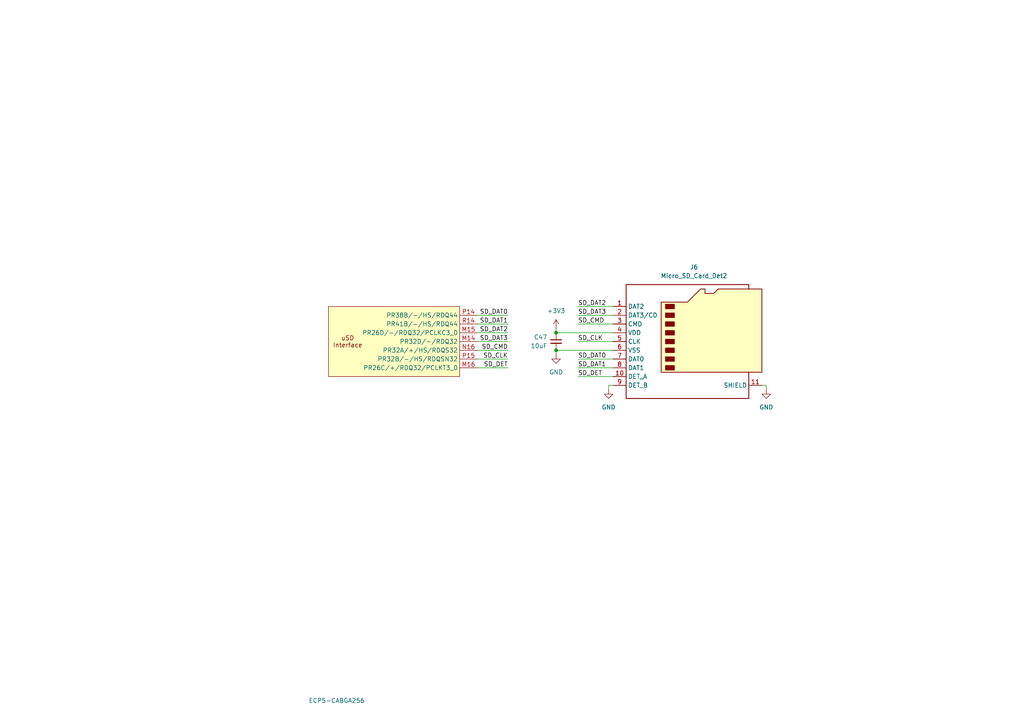
<source format=kicad_sch>
(kicad_sch (version 20250114) (generator "eeschema") (generator_version "9.0")
  (paper "A4")
  (title_block (title "Icepi zero") (date "2025-06-15") (rev "v1.2") (company "Chengyin Yao (cheyao)") (comment 1 "https://github.com/cheyao/icepi-zero"))
  (lib_symbols
    (symbol "Connector:Micro_SD_Card_Det2"
      (property "Reference" "J" (at -16.51 17.78 0))
      (property "Value" "Micro_SD_Card_Det2" (at 16.51 17.78 0))
      (symbol "Micro_SD_Card_Det2_0_1"
        (polyline (pts (xy -8.89 -8.89) (xy -8.89 11.43) (xy -1.27 11.43) (xy 2.54 15.24) (xy 3.81 15.24) (xy 3.81 13.97) (xy 6.35 13.97) (xy 7.62 15.24) (xy 20.32 15.24) (xy 20.32 -8.89) (xy -8.89 -8.89)) (stroke (width 0.254)) (fill (type background)))
        (rectangle (start -7.62 10.795) (end -5.08 9.525) (stroke (width 0.254)) (fill (type outline)))
        (rectangle (start -7.62 8.255) (end -5.08 6.985) (stroke (width 0.254)) (fill (type outline)))
        (rectangle (start -7.62 5.715) (end -5.08 4.445) (stroke (width 0.254)) (fill (type outline)))
        (rectangle (start -7.62 3.175) (end -5.08 1.905) (stroke (width 0.254)) (fill (type outline)))
        (rectangle (start -7.62 0.635) (end -5.08 -0.635) (stroke (width 0.254)) (fill (type outline)))
        (rectangle (start -7.62 -1.905) (end -5.08 -3.175) (stroke (width 0.254)) (fill (type outline)))
        (rectangle (start -7.62 -4.445) (end -5.08 -5.715) (stroke (width 0.254)) (fill (type outline)))
        (rectangle (start -7.62 -6.985) (end -5.08 -8.255) (stroke (width 0.254)) (fill (type outline)))
        (polyline (pts (xy 16.51 15.24) (xy 16.51 16.51) (xy -19.05 16.51) (xy -19.05 -16.51) (xy 16.51 -16.51) (xy 16.51 -8.89)) (stroke (width 0.254)))
      )
      (symbol "Micro_SD_Card_Det2_1_1"
        (pin bidirectional line (at -22.86 10.16 0) (length 3.81) (name "DAT2") (number "1"))
        (pin bidirectional line (at -22.86 7.62 0) (length 3.81) (name "DAT3/CD") (number "2"))
        (pin input line (at -22.86 5.08 0) (length 3.81) (name "CMD") (number "3"))
        (pin power_in line (at -22.86 2.54 0) (length 3.81) (name "VDD") (number "4"))
        (pin input line (at -22.86 0 0) (length 3.81) (name "CLK") (number "5"))
        (pin power_in line (at -22.86 -2.54 0) (length 3.81) (name "VSS") (number "6"))
        (pin bidirectional line (at -22.86 -5.08 0) (length 3.81) (name "DAT0") (number "7"))
        (pin bidirectional line (at -22.86 -7.62 0) (length 3.81) (name "DAT1") (number "8"))
        (pin passive line (at -22.86 -10.16 0) (length 3.81) (name "DET_A") (number "10"))
        (pin passive line (at -22.86 -12.7 0) (length 3.81) (name "DET_B") (number "9"))
        (pin passive line (at 20.32 -12.7 180) (length 3.81) (name "SHIELD") (number "11"))
      )
    )
    (symbol "Device:C_Small" (pin_numbers (hide yes)) (pin_names (offset 0.254) (hide yes))
      (property "Reference" "C" (at 0.254 1.778 0))
      (property "Value" "C_Small" (at 0.254 -2.032 0))
      (symbol "C_Small_0_1"
        (polyline (pts (xy -1.524 0.508) (xy 1.524 0.508)) (stroke (width 0.3048)))
        (polyline (pts (xy -1.524 -0.508) (xy 1.524 -0.508)) (stroke (width 0.3302)))
      )
      (symbol "C_Small_1_1"
        (pin passive line (at 0 2.54 270) (length 2.032) (name "~") (number "1"))
        (pin passive line (at 0 -2.54 90) (length 2.032) (name "~") (number "2"))
      )
    )
    (symbol "icepi-lib:LFE5U-25F-6BG256x"
      (property "Value" "ECP5-CABGA256" (at 8.4933 -104.14 0))
      (symbol "LFE5U-25F-6BG256x_1_1"
        (rectangle (start -47.625 10.16) (end 47.625 -10.16) (fill (type background)))
        (text "Power Block" (at -0.254 0 0) (effects (font (size 1.27 1.27))))
        (pin power_in line (at -45.72 15.24 270) (length 5.08) (name "VCC") (number "G6"))
        (pin power_in line (at -43.18 15.24 270) (length 5.08) (name "VCC") (number "G7"))
        (pin power_in line (at -40.64 15.24 270) (length 5.08) (name "VCC") (number "L8"))
        (pin power_in line (at -38.1 15.24 270) (length 5.08) (name "VCC") (number "L9"))
        (pin power_in line (at -35.56 15.24 270) (length 5.08) (name "VCC") (number "G9"))
        (pin power_in line (at -35.56 -15.24 90) (length 5.08) (name "GND") (number "A16"))
        (pin power_in line (at -33.02 15.24 270) (length 5.08) (name "VCC") (number "L10"))
        (pin power_in line (at -33.02 -15.24 90) (length 5.08) (name "GND") (number "H16"))
        (pin power_in line (at -30.48 -15.24 90) (length 5.08) (name "GND") (number "T16"))
        (pin power_in line (at -27.94 -15.24 90) (length 5.08) (name "GND") (number "D15"))
        (pin power_in line (at -25.4 15.24 270) (length 5.08) (name "VCCAUX") (number "L7"))
        (pin power_in line (at -25.4 -15.24 90) (length 5.08) (name "GND") (number "N15"))
        (pin power_in line (at -22.86 15.24 270) (length 5.08) (name "VCCAUX") (number "G11"))
        (pin power_in line (at -22.86 -15.24 90) (length 5.08) (name "GND") (number "T12"))
        (pin power_in line (at -20.32 -15.24 90) (length 5.08) (name "GND") (number "G10"))
        (pin power_in line (at -17.78 -15.24 90) (length 5.08) (name "GND") (number "H10"))
        (pin power_in line (at -15.24 15.24 270) (length 5.08) (name "VCCIO0") (number "F6"))
        (pin power_in line (at -15.24 -15.24 90) (length 5.08) (name "GND") (number "J10"))
        (pin power_in line (at -12.7 15.24 270) (length 5.08) (name "VCCIO0") (number "F7"))
        (pin power_in line (at -12.7 -15.24 90) (length 5.08) (name "GND") (number "K10"))
        (pin power_in line (at -10.16 -15.24 90) (length 5.08) (name "GND") (number "F9"))
        (pin power_in line (at -7.62 -15.24 90) (length 5.08) (name "GND") (number "H9"))
        (pin power_in line (at -5.08 15.24 270) (length 5.08) (name "VCCIO1") (number "F10"))
        (pin power_in line (at -5.08 -15.24 90) (length 5.08) (name "GND") (number "J9"))
        (pin power_in line (at -2.54 15.24 270) (length 5.08) (name "VCCIO1") (number "F11"))
        (pin power_in line (at -2.54 -15.24 90) (length 5.08) (name "GND") (number "K9"))
        (pin power_in line (at 0 -15.24 90) (length 5.08) (name "GND") (number "F8"))
        (pin power_in line (at 2.54 -15.24 90) (length 5.08) (name "GND") (number "G8"))
        (pin power_in line (at 5.08 15.24 270) (length 5.08) (name "VCCIO2") (number "J11"))
        (pin power_in line (at 5.08 -15.24 90) (length 5.08) (name "GND") (number "H8"))
        (pin power_in line (at 7.62 15.24 270) (length 5.08) (name "VCCIO2") (number "H11"))
        (pin power_in line (at 7.62 -15.24 90) (length 5.08) (name "GND") (number "J8"))
        (pin power_in line (at 10.16 -15.24 90) (length 5.08) (name "GND") (number "K8"))
        (pin power_in line (at 12.7 -15.24 90) (length 5.08) (name "GND") (number "K7"))
        (pin power_in line (at 15.24 15.24 270) (length 5.08) (name "VCCIO3") (number "L11"))
        (pin power_in line (at 15.24 -15.24 90) (length 5.08) (name "GND") (number "K6"))
        (pin power_in line (at 17.78 15.24 270) (length 5.08) (name "VCCIO3") (number "K11"))
        (pin power_in line (at 17.78 -15.24 90) (length 5.08) (name "GND") (number "T5"))
        (pin power_in line (at 20.32 -15.24 90) (length 5.08) (name "GND") (number "D2"))
        (pin power_in line (at 22.86 -15.24 90) (length 5.08) (name "GND") (number "N2"))
        (pin power_in line (at 25.4 15.24 270) (length 5.08) (name "VCCIO6") (number "J6"))
        (pin power_in line (at 25.4 -15.24 90) (length 5.08) (name "GND") (number "A1"))
        (pin power_in line (at 27.94 15.24 270) (length 5.08) (name "VCCIO6") (number "J7"))
        (pin power_in line (at 27.94 -15.24 90) (length 5.08) (name "GND") (number "H1"))
        (pin power_in line (at 30.48 -15.24 90) (length 5.08) (name "GND") (number "T1"))
        (pin power_in line (at 35.56 15.24 270) (length 5.08) (name "VCCIO7") (number "H6"))
        (pin power_in line (at 38.1 15.24 270) (length 5.08) (name "VCCIO7") (number "H7"))
        (pin power_in line (at 45.72 15.24 270) (length 5.08) (name "VCCIO8") (number "L6"))
      )
      (symbol "LFE5U-25F-6BG256x_2_1"
        (rectangle (start -7.62 5.715) (end 7.62 -5.715) (fill (type background)))
        (text "JTAG\nInterface" (at 2.032 0 0) (effects (font (size 1.27 1.27))))
        (pin output line (at -12.7 3.81 0) (length 5.08) (name "TDO") (number "M10"))
        (pin input line (at -12.7 1.27 0) (length 5.08) (name "TDI") (number "R11"))
        (pin input line (at -12.7 -1.27 0) (length 5.08) (name "TCK") (number "T10"))
        (pin input line (at -12.7 -3.81 0) (length 5.08) (name "TMS") (number "T11"))
      )
      (symbol "LFE5U-25F-6BG256x_3_1"
        (rectangle (start -25.4 8.255) (end 25.4 -8.255) (fill (type background)))
        (text "SysIO Config block" (at 8.89 -0.254 0) (effects (font (size 1.27 1.27))))
        (pin bidirectional line (at -30.48 6.35 0) (length 5.08) (name "PB15A/+/HOLDN/DI/BUSY/CSSPIN/CEN") (number "N8"))
        (pin bidirectional line (at -30.48 3.81 0) (length 5.08) (name "CCLK/MCLK/SCK") (number "N9"))
        (pin bidirectional line (at -30.48 1.27 0) (length 5.08) (name "PB11B/-/D0/MOSI/IO0") (number "T8"))
        (pin bidirectional line (at -30.48 -1.27 0) (length 5.08) (name "PB11A/+/D1/MISO/IO1") (number "T7"))
        (pin bidirectional line (at -30.48 -3.81 0) (length 5.08) (name "PL9B/-/D2/IO2") (number "M7"))
        (pin bidirectional line (at -30.48 -6.35 0) (length 5.08) (name "PL9A/+/D3/IO3") (number "N7"))
        (pin input line (at 30.48 6.35 180) (length 5.08) (name "CFG_0") (number "N10"))
        (pin input line (at 30.48 3.81 180) (length 5.08) (name "CFG_1") (number "P10"))
        (pin input line (at 30.48 1.27 180) (length 5.08) (name "CPG_2") (number "R10"))
        (pin output line (at 30.48 -1.27 180) (length 5.08) (name "DONE") (number "P9"))
        (pin bidirectional line (at 30.48 -3.81 180) (length 5.08) (name "INITN") (number "T9"))
        (pin bidirectional line (at 30.48 -6.35 180) (length 5.08) (name "PROGRAMN") (number "R9"))
      )
      (symbol "LFE5U-25F-6BG256x_4_1"
        (rectangle (start -20.32 17.145) (end 20.32 -17.145) (fill (type background)))
        (text "GPDI\nInterface" (at 11.176 0 0) (effects (font (size 1.27 1.27))))
        (pin bidirectional line (at -25.4 15.24 0) (length 5.08) (name "PR35A/+/HS/RDQ32") (number "P16"))
        (pin bidirectional line (at -25.4 12.7 0) (length 5.08) (name "PR35B/-/HS/RDQ32/VREF1_3") (number "R16"))
        (pin bidirectional line (at -25.4 10.16 0) (length 5.08) (name "PR38C/+/RDQ44") (number "R15"))
        (pin bidirectional line (at -25.4 7.62 0) (length 5.08) (name "PR38D/-/RDQ44") (number "T15"))
        (pin bidirectional line (at -25.4 5.08 0) (length 5.08) (name "PR41C/+/RDQ44") (number "R13"))
        (pin bidirectional line (at -25.4 2.54 0) (length 5.08) (name "PR41D/-/RSQ44") (number "T14"))
        (pin bidirectional line (at -25.4 0 0) (length 5.08) (name "PR44A/+/HS/RDQS44") (number "R12"))
        (pin bidirectional line (at -25.4 -2.54 0) (length 5.08) (name "PR44B/-/HS/RDQSN44") (number "T13"))
        (pin bidirectional line (at -25.4 -5.08 0) (length 5.08) (name "PL44A/+/HS/LDQS44") (number "R5"))
        (pin bidirectional line (at -25.4 -7.62 0) (length 5.08) (name "PL41D/-/LDQ44") (number "T3"))
        (pin bidirectional line (at -25.4 -10.16 0) (length 5.08) (name "PL44B/-/HS/LDQSN44") (number "T4"))
        (pin bidirectional line (at -25.4 -12.7 0) (length 5.08) (name "PL47D/-/LDQ44/LLC_GPLL0C_IN") (number "P5"))
        (pin bidirectional line (at -25.4 -15.24 0) (length 5.08) (name "PR32C/+/RDQ32") (number "L14"))
      )
      (symbol "LFE5U-25F-6BG256x_5_1"
        (rectangle (start -20.32 20.955) (end 19.685 -18.415) (fill (type background)))
        (text "USB/UART\nInterface" (at 10.16 0 0) (effects (font (size 1.27 1.27))))
        (pin bidirectional line (at -25.4 19.05 0) (length 5.08) (name "PR23C/-/RDQ20/PCLKT2_0") (number "K16"))
        (pin bidirectional line (at -25.4 16.51 0) (length 5.08) (name "PR23D/-/RDQ20/PCLKC2_0") (number "K15"))
        (pin bidirectional line (at -25.4 13.97 0) (length 5.08) (name "PB18A/WRITEN") (number "M9"))
        (pin bidirectional line (at -25.4 11.43 0) (length 5.08) (name "PR26A/+/HS/RDQ32/PCLKT3_1") (number "L16"))
        (pin bidirectional line (at -25.4 8.89 0) (length 5.08) (name "PR26B/-/HS/RDQ32/PCLKC3_1") (number "L15"))
        (pin bidirectional line (at -25.4 3.81 0) (length 5.08) (name "PR11C/+/RDQ8") (number "F15"))
        (pin bidirectional line (at -25.4 1.27 0) (length 5.08) (name "PR11D/-/RDQ8") (number "E16"))
        (pin bidirectional line (at -25.4 -1.27 0) (length 5.08) (name "PR14B/-/HS/RDQ20") (number "G15"))
        (pin bidirectional line (at -25.4 -3.81 0) (length 5.08) (name "PR14D/-/RDQ20") (number "H14"))
        (pin bidirectional line (at -25.4 -8.89 0) (length 5.08) (name "PR23A/+/HS/RDQ20/PCLKT2_1") (number "J16"))
        (pin bidirectional line (at -25.4 -11.43 0) (length 5.08) (name "PR23B/-/HS/RDQ20/PCLKC2_1") (number "J15"))
        (pin bidirectional line (at -25.4 -13.97 0) (length 5.08) (name "PR5C/+/RDQ8") (number "E14"))
        (pin bidirectional line (at -25.4 -16.51 0) (length 5.08) (name "PT51B/-") (number "E11"))
      )
      (symbol "LFE5U-25F-6BG256x_6_1"
        (rectangle (start -25.4 33.02) (end 25.4 -33.02) (fill (type background)))
        (text "SDRAM\nInterface" (at 0.254 29.464 0) (effects (font (size 1.27 1.27))))
        (pin bidirectional line (at -30.48 30.48 0) (length 5.08) (name "PT53A/+") (number "A11"))
        (pin bidirectional line (at -30.48 27.94 0) (length 5.08) (name "PT49A/+") (number "B11"))
        (pin bidirectional line (at -30.48 22.86 0) (length 5.08) (name "PT44A/+") (number "B10"))
        (pin bidirectional line (at -30.48 20.32 0) (length 5.08) (name "PT42A/+") (number "A9"))
        (pin bidirectional line (at -30.48 17.78 0) (length 5.08) (name "PT38A/+/GR_PCLK1_0") (number "B9"))
        (pin bidirectional line (at -30.48 15.24 0) (length 5.08) (name "PT29B/-/PCLKC0_0") (number "A8"))
        (pin bidirectional line (at -30.48 12.7 0) (length 5.08) (name "PT35B/-/PCLK1_0") (number "B8"))
        (pin bidirectional line (at -30.48 10.16 0) (length 5.08) (name "PT29A/+/PCLKT0_0") (number "A7"))
        (pin bidirectional line (at -30.48 7.62 0) (length 5.08) (name "PT27B/-/PCLKC0_1") (number "B7"))
        (pin bidirectional line (at -30.48 5.08 0) (length 5.08) (name "PT18B/-") (number "A6"))
        (pin bidirectional line (at -30.48 2.54 0) (length 5.08) (name "PT22B/-") (number "B6"))
        (pin bidirectional line (at -30.48 0 0) (length 5.08) (name "PT18A/+") (number "A5"))
        (pin bidirectional line (at -30.48 -2.54 0) (length 5.08) (name "PT42B/-") (number "A10"))
        (pin bidirectional line (at -30.48 -5.08 0) (length 5.08) (name "PT15B/-") (number "B5"))
        (pin bidirectional line (at -30.48 -7.62 0) (length 5.08) (name "PT6B/-") (number "A4"))
        (pin bidirectional line (at -30.48 -12.7 0) (length 5.08) (name "PT56A/+") (number "B12"))
        (pin bidirectional line (at -30.48 -15.24 0) (length 5.08) (name "PT11B/-") (number "B4"))
        (pin bidirectional line (at -30.48 -17.78 0) (length 5.08) (name "PT6A/+") (number "A3"))
        (pin bidirectional line (at -30.48 -20.32 0) (length 5.08) (name "PT67A/+") (number "B14"))
        (pin bidirectional line (at -30.48 -22.86 0) (length 5.08) (name "PT4B/-") (number "B3"))
        (pin bidirectional line (at -30.48 -25.4 0) (length 5.08) (name "PT65A/+") (number "A13"))
        (pin bidirectional line (at -30.48 -27.94 0) (length 5.08) (name "PT60A/+") (number "B13"))
        (pin bidirectional line (at -30.48 -30.48 0) (length 5.08) (name "PT53B/-") (number "A12"))
        (pin bidirectional line (at 30.48 30.48 180) (length 5.08) (name "PR2A/+/HS/RDQ8") (number "B16"))
        (pin bidirectional line (at 30.48 27.94 180) (length 5.08) (name "PR2C/+/RDQ8") (number "C14"))
        (pin bidirectional line (at 30.48 25.4 180) (length 5.08) (name "PR5A/+/HS/RDQ8") (number "C16"))
        (pin bidirectional line (at 30.48 22.86 180) (length 5.08) (name "PR5B/-/HS/RDQ8") (number "C15"))
        (pin bidirectional line (at 30.48 20.32 180) (length 5.08) (name "PR8A/+/HS/RDQS8") (number "D16"))
        (pin bidirectional line (at 30.48 17.78 180) (length 5.08) (name "PT67B/-") (number "A15"))
        (pin bidirectional line (at 30.48 15.24 180) (length 5.08) (name "PR2B/-/HS/RDQ8/S0_IN") (number "B15"))
        (pin bidirectional line (at 30.48 12.7 180) (length 5.08) (name "PT65B/-") (number "A14"))
        (pin bidirectional line (at 30.48 10.16 180) (length 5.08) (name "PT4A/+") (number "A2"))
        (pin bidirectional line (at 30.48 7.62 180) (length 5.08) (name "PL2B/-/HS/LDQ8") (number "B2"))
        (pin bidirectional line (at 30.48 5.08 180) (length 5.08) (name "PL8B/-/HS/LDQSN8") (number "E2"))
        (pin bidirectional line (at 30.48 2.54 180) (length 5.08) (name "PL8A/+/HS/LDQS8") (number "D1"))
        (pin bidirectional line (at 30.48 0 180) (length 5.08) (name "PL5B/-/HS/LDQ8") (number "C2"))
        (pin bidirectional line (at 30.48 -2.54 180) (length 5.08) (name "PL5A/+/HS/LDQ8") (number "C1"))
        (pin bidirectional line (at 30.48 -5.08 180) (length 5.08) (name "PL2C/+/LDQ8") (number "C3"))
        (pin bidirectional line (at 30.48 -7.62 180) (length 5.08) (name "PL2A/+/HS/LDQ8") (number "B1"))
      )
      (symbol "LFE5U-25F-6BG256x_7_1"
        (rectangle (start -19.05 10.16) (end 19.05 -10.16) (fill (type background)))
        (text "uSD\nInterface" (at 13.462 0 0) (effects (font (size 1.27 1.27))))
        (pin bidirectional line (at -24.13 7.62 0) (length 5.08) (name "PR38B/-/HS/RDQ44") (number "P14"))
        (pin bidirectional line (at -24.13 5.08 0) (length 5.08) (name "PR41B/-/HS/RDQ44") (number "R14"))
        (pin bidirectional line (at -24.13 2.54 0) (length 5.08) (name "PR26D/-/RDQ32/PCLKC3_0") (number "M15"))
        (pin bidirectional line (at -24.13 0 0) (length 5.08) (name "PR32D/-/RDQ32") (number "M14"))
        (pin bidirectional line (at -24.13 -2.54 0) (length 5.08) (name "PR32A/+/HS/RDQS32") (number "N16"))
        (pin bidirectional line (at -24.13 -5.08 0) (length 5.08) (name "PR32B/-/HS/RDQSN32") (number "P15"))
        (pin bidirectional line (at -24.13 -7.62 0) (length 5.08) (name "PR26C/+/RDQ32/PCLKT3_0") (number "M16"))
      )
      (symbol "LFE5U-25F-6BG256x_8_1"
        (rectangle (start -34.29 23.495) (end 34.29 -26.035) (fill (type background)))
        (text "GPIO\nInterface" (at -0.508 20.828 0) (effects (font (size 1.27 1.27))))
        (pin bidirectional line (at -39.37 21.59 0) (length 5.08) (name "PL38D/-/LDQ44") (number "T2"))
        (pin bidirectional line (at -39.37 19.05 0) (length 5.08) (name "PL38C/+/LDQ44") (number "R2"))
        (pin bidirectional line (at -39.37 16.51 0) (length 5.08) (name "PL35B/-/HS/LDQ32/VREF1_6") (number "R1"))
        (pin bidirectional line (at -39.37 11.43 0) (length 5.08) (name "PL41B/-/HS/LDQ44") (number "R3"))
        (pin bidirectional line (at -39.37 8.89 0) (length 5.08) (name "PL38B/-/HS/LDQ44") (number "P3"))
        (pin bidirectional line (at -39.37 6.35 0) (length 5.08) (name "PL32B/-/HS/LDQSN32") (number "P2"))
        (pin bidirectional line (at -39.37 1.27 0) (length 5.08) (name "PL26B/-/HS/LDQ32/PCLKC6_1") (number "L2"))
        (pin bidirectional line (at -39.37 -1.27 0) (length 5.08) (name "PL23A/+/HS/LDQ20/PCLKT7") (number "J1"))
        (pin bidirectional line (at -39.37 -3.81 0) (length 5.08) (name "PL14B/-/HS/LDQ20") (number "G2"))
        (pin bidirectional line (at -39.37 -8.89 0) (length 5.08) (name "PL14C/+/LDQ20/VREF1_7") (number "G3"))
        (pin bidirectional line (at -39.37 -11.43 0) (length 5.08) (name "PL11D/-/LDQ8") (number "E1"))
        (pin bidirectional line (at -39.37 -13.97 0) (length 5.08) (name "PL5D/-/LDQ8") (number "F3"))
        (pin bidirectional line (at -39.37 -16.51 0) (length 5.08) (name "PL5C/+/LDQ8") (number "E3"))
        (pin bidirectional line (at -39.37 -19.05 0) (length 5.08) (name "PT9A/+") (number "E4"))
        (pin bidirectional line (at -39.37 -21.59 0) (length 5.08) (name "PT9B/-") (number "D4"))
        (pin bidirectional line (at 39.37 16.51 180) (length 5.08) (name "PL35A/+/HS/LDQ32") (number "P1"))
        (pin bidirectional line (at 39.37 13.97 180) (length 5.08) (name "PL32A/+/HS/LDQS32") (number "N1"))
        (pin bidirectional line (at 39.37 11.43 180) (length 5.08) (name "PL38A/+/HS/LDQ44") (number "N4"))
        (pin bidirectional line (at 39.37 6.35 180) (length 5.08) (name "PL26C/+/LDQ32/PCLKT6_0") (number "M1"))
        (pin bidirectional line (at 39.37 3.81 180) (length 5.08) (name "PL26A/+/HS/LDQ32/PCLKT6_1") (number "L1"))
        (pin bidirectional line (at 39.37 -1.27 180) (length 5.08) (name "PL23B/-/HS/LDQ20/PCLKC7_1") (number "J2"))
        (pin bidirectional line (at 39.37 -3.81 180) (length 5.08) (name "PL20C/+/LDQS20/GR_PCLK7_0") (number "H2"))
        (pin bidirectional line (at 39.37 -6.35 180) (length 5.08) (name "PL20A/+/HS/LDQS20/GR_PCLK7_1") (number "G1"))
        (pin bidirectional line (at 39.37 -8.89 180) (length 5.08) (name "PL20D/-/LDQS20") (number "K3"))
        (pin bidirectional line (at 39.37 -13.97 180) (length 5.08) (name "PL20B/-/HS/LDQSN20") (number "J3"))
        (pin bidirectional line (at 39.37 -19.05 180) (length 5.08) (name "PL14D/-/lDQ20") (number "H3"))
        (pin bidirectional line (at 39.37 -21.59 180) (length 5.08) (name "PL14A/+/HS/LDQ20") (number "F1"))
        (pin bidirectional line (at 39.37 -24.13 180) (length 5.08) (name "PL11C/+/LDQ8") (number "F2"))
      )
      (symbol "LFE5U-25F-6BG256x_9_1"
        (rectangle (start -15.24 17.145) (end 15.24 -17.145) (fill (type background)))
        (text "MISC\nInterface" (at 6.604 2.54 0) (effects (font (size 1.27 1.27))))
        (pin bidirectional line (at -20.32 15.24 0) (length 5.08) (name "PT11A/+") (number "C4"))
        (pin bidirectional line (at -20.32 12.7 0) (length 5.08) (name "PT15A/+") (number "C5"))
        (pin bidirectional line (at -20.32 7.62 0) (length 5.08) (name "PT62B/-") (number "E13"))
        (pin bidirectional line (at -20.32 5.08 0) (length 5.08) (name "PR2D/-/RDQ8") (number "D14"))
        (pin bidirectional line (at -20.32 2.54 0) (length 5.08) (name "PT58B/-") (number "E12"))
        (pin bidirectional line (at -20.32 0 0) (length 5.08) (name "PT60B/-") (number "C13"))
        (pin bidirectional line (at -20.32 -2.54 0) (length 5.08) (name "PT62A/+") (number "D13"))
        (pin bidirectional line (at -20.32 -7.62 0) (length 5.08) (name "PT27A/+/PCLKT0_1") (number "C7"))
        (pin bidirectional line (at -20.32 -10.16 0) (length 5.08) (name "PT35A/+/PCLKT1_0") (number "C8"))
        (pin bidirectional line (at -20.32 -15.24 0) (length 5.08) (name "PL26D/-/LDQ32/PCLK6_0") (number "M2"))
      )
      (symbol "LFE5U-25F-6BG256x_10_1"
        (rectangle (start -53.34 38.1) (end 52.705 -40.005) (fill (type background)))
        (text "Unused I/O" (at -1.524 0.254 0) (effects (font (size 1.27 1.27))))
        (pin bidirectional line (at -58.42 30.48 0) (length 5.08) (name "PL2D/-/LDQ8") (number "D3"))
        (pin bidirectional line (at -58.42 27.94 0) (length 5.08) (name "PL8C/+/LDQ8") (number "F4"))
        (pin bidirectional line (at -58.42 25.4 0) (length 5.08) (name "PL8D/-/LDQ8") (number "F5"))
        (pin bidirectional line (at -58.42 22.86 0) (length 5.08) (name "PL11A/+/HS/LDQ8") (number "G5"))
        (pin bidirectional line (at -58.42 20.32 0) (length 5.08) (name "PL11B/-/HS/LDQ8") (number "G4"))
        (pin bidirectional line (at -58.42 17.78 0) (length 5.08) (name "PL17A/+/HS/LDQ20") (number "H5"))
        (pin bidirectional line (at -58.42 15.24 0) (length 5.08) (name "PL17B/-/HS/LDQ20") (number "H4"))
        (pin bidirectional line (at -58.42 12.7 0) (length 5.08) (name "PL17C/+/LDQ20") (number "J4"))
        (pin bidirectional line (at -58.42 10.16 0) (length 5.08) (name "PL17D/-/LDQ20") (number "J5"))
        (pin bidirectional line (at -58.42 7.62 0) (length 5.08) (name "PL23C/+/LDQ20/PCLKT7_0") (number "K1"))
        (pin bidirectional line (at -58.42 5.08 0) (length 5.08) (name "PL23D/-/LDQ20/PCLKC7_0") (number "K2"))
        (pin bidirectional line (at -58.42 2.54 0) (length 5.08) (name "PL29A/+/HS/LDQ32/GR_PCLK6_0") (number "K4"))
        (pin bidirectional line (at -58.42 0 0) (length 5.08) (name "PL29B/-/HS/LDQ32") (number "K5"))
        (pin bidirectional line (at -58.42 -2.54 0) (length 5.08) (name "PL29C/+/LDQ32/GR_PCLK6_1") (number "L4"))
        (pin bidirectional line (at -58.42 -5.08 0) (length 5.08) (name "PL29D/-/LDQ32") (number "L5"))
        (pin bidirectional line (at -58.42 -7.62 0) (length 5.08) (name "PL32C/+/LDQ32") (number "L3"))
        (pin bidirectional line (at -58.42 -10.16 0) (length 5.08) (name "PL32D/-/LDQ32") (number "M3"))
        (pin bidirectional line (at -58.42 -12.7 0) (length 5.08) (name "PL35C/+/LDQ32") (number "M4"))
        (pin bidirectional line (at -58.42 -15.24 0) (length 5.08) (name "PL35D/-/LDQ32") (number "N3"))
        (pin bidirectional line (at -58.42 -17.78 0) (length 5.08) (name "PL41A/+/HS/LDQ44") (number "P4"))
        (pin bidirectional line (at -58.42 -20.32 0) (length 5.08) (name "PL41C/+/LD44") (number "R4"))
        (pin bidirectional line (at -58.42 -22.86 0) (length 5.08) (name "PL44C/+/LDQ44") (number "M5"))
        (pin bidirectional line (at -58.42 -25.4 0) (length 5.08) (name "PL44D/-/LDQ44") (number "N5"))
        (pin bidirectional line (at -58.42 -27.94 0) (length 5.08) (name "PL47A/+/HS/LDQ44") (number "M6"))
        (pin bidirectional line (at -58.42 -30.48 0) (length 5.08) (name "PL47B/-/HS/LDQ44") (number "N6"))
        (pin bidirectional line (at -58.42 -33.02 0) (length 5.08) (name "PL47C/+/LDQ44/LLC+GPLL0T_IN") (number "P6"))
        (pin bidirectional line (at -27.94 43.18 270) (length 5.08) (name "PT13B/-") (number "D5"))
        (pin bidirectional line (at -25.4 43.18 270) (length 5.08) (name "PT13A/+") (number "E5"))
        (pin bidirectional line (at -22.86 43.18 270) (length 5.08) (name "PT20B/-") (number "D6"))
        (pin bidirectional line (at -20.32 43.18 270) (length 5.08) (name "PT20A/+") (number "E6"))
        (pin bidirectional line (at -17.78 43.18 270) (length 5.08) (name "PT22A/+") (number "C6"))
        (pin bidirectional line (at -15.24 43.18 270) (length 5.08) (name "PT24B/-/GR_PCLK0_0") (number "D7"))
        (pin bidirectional line (at -12.7 43.18 270) (length 5.08) (name "PT24A/+/GR_PCLK0_1") (number "E7"))
        (pin bidirectional line (at -10.16 43.18 270) (length 5.08) (name "PT33B/-/PCLKC1_1") (number "D8"))
        (pin bidirectional line (at -8.89 -45.085 90) (length 5.08) (name "PB15B/0/DOUT/CSON") (number "M8"))
        (pin bidirectional line (at -7.62 43.18 270) (length 5.08) (name "PT33A/+/PCLKT1_1") (number "E8"))
        (pin bidirectional line (at -6.35 -45.085 90) (length 5.08) (name "PB13B/-/CS1N") (number "P8"))
        (pin bidirectional line (at -5.08 43.18 270) (length 5.08) (name "PT38B/-/GR_PCLK1_1") (number "C9"))
        (pin bidirectional line (at -3.81 -45.085 90) (length 5.08) (name "PB13A/+/SN/CSN") (number "R8"))
        (pin bidirectional line (at -2.54 43.18 270) (length 5.08) (name "PT40B/-") (number "E9"))
        (pin bidirectional line (at -1.27 -45.085 90) (length 5.08) (name "PB6B/-/D4/MOSI2/IO4") (number "P7"))
        (pin bidirectional line (at 0 43.18 270) (length 5.08) (name "PT40A/+") (number "D9"))
        (pin bidirectional line (at 1.27 -45.085 90) (length 5.08) (name "PB6A/+/D5/MISO2/IO5") (number "R7"))
        (pin bidirectional line (at 2.54 43.18 270) (length 5.08) (name "PT44B/-") (number "C10"))
        (pin bidirectional line (at 3.81 -45.085 90) (length 5.08) (name "PB4B/0/D6/IO6") (number "R6"))
        (pin bidirectional line (at 5.08 43.18 270) (length 5.08) (name "PT47B/-") (number "E10"))
        (pin bidirectional line (at 6.35 -45.085 90) (length 5.08) (name "PB4A/+/D7/IO7") (number "T6"))
        (pin bidirectional line (at 7.62 43.18 270) (length 5.08) (name "PT47A/+") (number "D10"))
        (pin bidirectional line (at 10.16 43.18 270) (length 5.08) (name "PT49B/-") (number "C11"))
        (pin bidirectional line (at 12.7 43.18 270) (length 5.08) (name "PT51A/+") (number "D11"))
        (pin bidirectional line (at 15.24 43.18 270) (length 5.08) (name "PT56B/-") (number "C12"))
        (pin bidirectional line (at 17.78 43.18 270) (length 5.08) (name "PT58A/+") (number "D12"))
        (pin bidirectional line (at 57.785 35.56 180) (length 5.08) (name "PR47A/+/HS/RSQ44") (number "M11"))
        (pin bidirectional line (at 57.785 33.02 180) (length 5.08) (name "PR47B/0/HS/RDQ44") (number "N11"))
        (pin bidirectional line (at 57.785 30.48 180) (length 5.08) (name "PR47C/+/RSQ44/LRC_GPLL0T_IN") (number "P11"))
        (pin bidirectional line (at 57.785 27.94 180) (length 5.08) (name "PR47D/-/RDQ44/LRC_GPLL0C_IN") (number "P12"))
        (pin bidirectional line (at 57.785 25.4 180) (length 5.08) (name "PR44C/+/RDQ44") (number "M12"))
        (pin bidirectional line (at 57.785 22.86 180) (length 5.08) (name "PR44D/-/RSQ44") (number "N12"))
        (pin bidirectional line (at 57.785 20.32 180) (length 5.08) (name "PR41A/+/HS/RDQ44") (number "P13"))
        (pin bidirectional line (at 57.785 17.78 180) (length 5.08) (name "PR38A/+/HS/RDQ44") (number "N13"))
        (pin bidirectional line (at 57.785 15.24 180) (length 5.08) (name "PR35C/+/RDQ32") (number "M13"))
        (pin bidirectional line (at 57.785 12.7 180) (length 5.08) (name "PR35D/-/RDQ32") (number "N14"))
        (pin bidirectional line (at 57.785 10.16 180) (length 5.08) (name "PR29A/+/HS/RDQ32/GR_PCLK3_0") (number "K13"))
        (pin bidirectional line (at 57.785 7.62 180) (length 5.08) (name "PR29B/-/HS/RDQ32") (number "K12"))
        (pin bidirectional line (at 57.785 5.08 180) (length 5.08) (name "PR29C/+/RDQ32/GR_PCLK3_1") (number "L13"))
        (pin bidirectional line (at 57.785 2.54 180) (length 5.08) (name "PR29D/-/RDQ32") (number "L12"))
        (pin bidirectional line (at 57.785 0 180) (length 5.08) (name "PR20A/+/HS/RDQS20/GR_PCLK2_1") (number "G16"))
        (pin bidirectional line (at 57.785 -2.54 180) (length 5.08) (name "PR20B/-/HS/RDQSN20") (number "H15"))
        (pin bidirectional line (at 57.785 -5.08 180) (length 5.08) (name "PR20C/+/RDQ20/GR_PCLK2_0") (number "J14"))
        (pin bidirectional line (at 57.785 -7.62 180) (length 5.08) (name "PR20D/-/RDQ20") (number "K14"))
        (pin bidirectional line (at 57.785 -10.16 180) (length 5.08) (name "PR17A/+/HS/RDQ20") (number "H12"))
        (pin bidirectional line (at 57.785 -12.7 180) (length 5.08) (name "PR17B/-/HS/RDQ20") (number "H13"))
        (pin bidirectional line (at 57.785 -15.24 180) (length 5.08) (name "PR17C/+/RDQ20") (number "J13"))
        (pin bidirectional line (at 57.785 -17.78 180) (length 5.08) (name "PR17D/-/RDQ20") (number "J12"))
        (pin bidirectional line (at 57.785 -20.32 180) (length 5.08) (name "PR14A/+/HS/RDQ20") (number "F16"))
        (pin bidirectional line (at 57.785 -22.86 180) (length 5.08) (name "PR14C/+/RDQ20/VREF1_2") (number "G14"))
        (pin bidirectional line (at 57.785 -25.4 180) (length 5.08) (name "PR11A/+/HS/RDQ8") (number "G12"))
        (pin bidirectional line (at 57.785 -27.94 180) (length 5.08) (name "PR11B/-/HS/RDQ8") (number "G13"))
        (pin bidirectional line (at 57.785 -30.48 180) (length 5.08) (name "PR8B/-/HS/RDQSN8") (number "E15"))
        (pin bidirectional line (at 57.785 -33.02 180) (length 5.08) (name "PR8C/+/RDQ8") (number "F13"))
        (pin bidirectional line (at 57.785 -35.56 180) (length 5.08) (name "PR8D/-/RDQ8") (number "F12"))
        (pin bidirectional line (at 57.785 -38.1 180) (length 5.08) (name "PR5D/-/RDQ8") (number "F14"))
      )
    )
    (symbol "power:+3V3" (power) (pin_numbers (hide yes)) (pin_names (offset 0) (hide yes))
      (property "Value" "+3V3" (at 0 3.556 0))
      (symbol "+3V3_0_1"
        (polyline (pts (xy -0.762 1.27) (xy 0 2.54)))
        (polyline (pts (xy 0 2.54) (xy 0.762 1.27)))
        (polyline (pts (xy 0 0) (xy 0 2.54)))
      )
      (symbol "+3V3_1_1"
        (pin power_in line (at 0 0 90) (length 0) (name "~") (number "1"))
      )
    )
    (symbol "power:GND" (power) (pin_numbers (hide yes)) (pin_names (offset 0) (hide yes))
      (property "Value" "GND" (at 0 -3.81 0))
      (symbol "GND_0_1"
        (polyline (pts (xy 0 0) (xy 0 -1.27) (xy 1.27 -1.27) (xy 0 -2.54) (xy -1.27 -1.27) (xy 0 -1.27)))
      )
      (symbol "GND_1_1"
        (pin power_in line (at 0 0 270) (length 0) (name "~") (number "1"))
      )
    )
  )
  (junction (at 161.29 96.52))
  (junction (at 161.29 101.6))
  (wire (pts (xy 167.64 106.68) (xy 177.8 106.68)))
  (wire (pts (xy 222.25 111.76) (xy 220.98 111.76)))
  (wire (pts (xy 161.29 96.52) (xy 177.8 96.52)))
  (wire (pts (xy 138.43 93.98) (xy 147.32 93.98)))
  (wire (pts (xy 161.29 102.87) (xy 161.29 101.6)))
  (wire (pts (xy 167.64 104.14) (xy 177.8 104.14)))
  (wire (pts (xy 138.43 96.52) (xy 147.32 96.52)))
  (wire (pts (xy 138.43 91.44) (xy 147.32 91.44)))
  (wire (pts (xy 167.64 99.06) (xy 177.8 99.06)))
  (wire (pts (xy 167.64 91.44) (xy 177.8 91.44)))
  (wire (pts (xy 176.53 111.76) (xy 177.8 111.76)))
  (wire (pts (xy 167.64 93.98) (xy 177.8 93.98)))
  (wire (pts (xy 138.43 99.06) (xy 147.32 99.06)))
  (wire (pts (xy 222.25 113.03) (xy 222.25 111.76)))
  (wire (pts (xy 161.29 101.6) (xy 177.8 101.6)))
  (wire (pts (xy 176.53 113.03) (xy 176.53 111.76)))
  (wire (pts (xy 167.64 88.9) (xy 177.8 88.9)))
  (wire (pts (xy 167.64 109.22) (xy 177.8 109.22)))
  (wire (pts (xy 138.43 104.14) (xy 147.32 104.14)))
  (wire (pts (xy 138.43 101.6) (xy 147.32 101.6)))
  (wire (pts (xy 161.29 95.25) (xy 161.29 96.52)))
  (wire (pts (xy 138.43 106.68) (xy 147.32 106.68)))
  (label "SD_DAT1" (at 167.64 106.68 0))
  (label "SD_DAT3" (at 147.32 99.06 180))
  (label "SD_CMD" (at 147.32 101.6 180))
  (label "SD_CLK" (at 167.64 99.06 0))
  (label "SD_CMD" (at 167.64 93.98 0))
  (label "SD_DET" (at 147.32 106.68 180))
  (label "SD_DAT2" (at 167.64 88.9 0))
  (label "SD_DET" (at 167.64 109.22 0))
  (label "SD_DAT2" (at 147.32 96.52 180))
  (label "SD_DAT0" (at 147.32 91.44 180))
  (label "SD_DAT3" (at 167.64 91.44 0))
  (label "SD_DAT0" (at 167.64 104.14 0))
  (label "SD_DAT1" (at 147.32 93.98 180))
  (label "SD_CLK" (at 147.32 104.14 180))
  (symbol (lib_id "power:GND") (at 161.29 102.87 0) (unit 1)
    (property "Reference" "#PWR089" (effects (hide yes)))
    (property "Value" "GND" (at 161.29 107.95 0))
    (property "Description" "Power symbol creates a global label with name \"GND\" , ground" (effects (hide yes)))
  )
  (symbol (lib_id "power:GND") (at 222.25 113.03 0) (unit 1)
    (property "Reference" "#PWR091" (effects (hide yes)))
    (property "Value" "GND" (at 222.25 118.11 0))
    (property "Description" "Power symbol creates a global label with name \"GND\" , ground" (effects (hide yes)))
  )
  (symbol (lib_id "power:GND") (at 176.53 113.03 0) (mirror y) (unit 1)
    (property "Reference" "#PWR090" (effects (hide yes)))
    (property "Value" "GND" (at 176.53 118.11 0))
    (property "Description" "Power symbol creates a global label with name \"GND\" , ground" (effects (hide yes)))
  )
  (symbol (lib_id "power:+3V3") (at 161.29 95.25 0) (unit 1)
    (property "Reference" "#PWR087" (effects (hide yes)))
    (property "Value" "+3V3" (at 161.29 90.17 0))
    (property "Description" "Power symbol creates a global label with name \"+3V3\"" (effects (hide yes)))
  )
  (symbol (lib_id "Device:C_Small") (at 161.29 99.06 0) (mirror y) (unit 1)
    (property "Reference" "C47" (at 158.75 97.7962 0) (effects (justify left)))
    (property "Value" "10uF" (at 158.75 100.3362 0) (effects (justify left)))
    (property "Footprint" "Capacitor_SMD:C_0603_1608Metric" (effects (hide yes)))
    (property "Description" "Unpolarized capacitor, small symbol" (effects (hide yes)))
    (property "LCSC Part #" "C19702" (effects (hide yes)))
  )
  (symbol (lib_id "icepi-lib:LFE5U-25F-6BG256x") (at 114.3 99.06 0) (mirror y) (unit 7)
    (property "Reference" "U1" (effects (hide yes)))
    (property "Value" "ECP5-CABGA256" (at 105.8067 203.2 0) (effects (justify left)))
    (property "Footprint" "Package_BGA:BGA-256_14.0x14.0mm_Layout16x16_P0.8mm_Ball0.45mm_Pad0.32mm_NSMD" (effects (hide yes)))
    (property "Description" "ECP5 FPGA, 24K LUTs, 1.2V, BGA-256" (effects (hide yes)))
  )
  (symbol (lib_id "Connector:Micro_SD_Card_Det2") (at 200.66 99.06 0) (unit 1)
    (property "Reference" "J6" (at 201.295 77.47 0))
    (property "Value" "Micro_SD_Card_Det2" (at 201.295 80.01 0))
    (property "Footprint" "icepi-lib:microSD_HC_SOFNG_TF-008" (effects (hide yes)))
    (property "Datasheet" "https://www.hirose.com/en/product/document?clcode=&productname=&series=DM3&documenttype=Catalog&lang=en&documentid=D49662_en" (effects (hide yes)))
    (property "Description" "Micro SD Card Socket with two card detection pins" (effects (hide yes)))
    (property "LCSC Part #" "C428465" (effects (hide yes)))
  )
)
</source>
